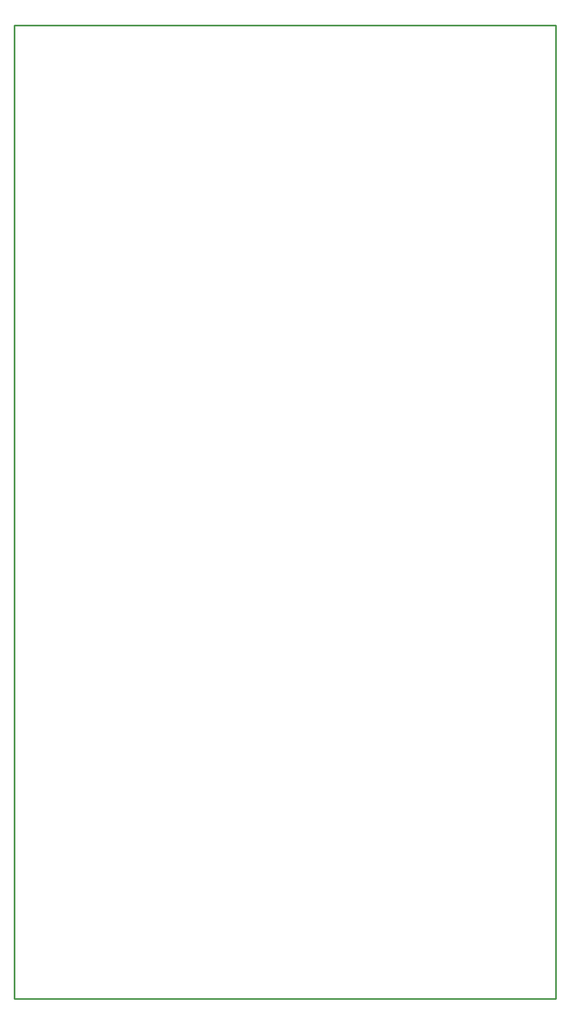
<source format=gbp>
G04 Layer_Color=128*
%FSLAX25Y25*%
%MOIN*%
G70*
G01*
G75*
%ADD12C,0.01000*%
D12*
X525400Y787000D02*
X525500Y786900D01*
X196800Y787000D02*
X525400D01*
X525500Y196600D02*
Y786900D01*
X196800Y196500D02*
X525400D01*
X525500Y196600D01*
X196800Y196500D02*
Y787000D01*
M02*

</source>
